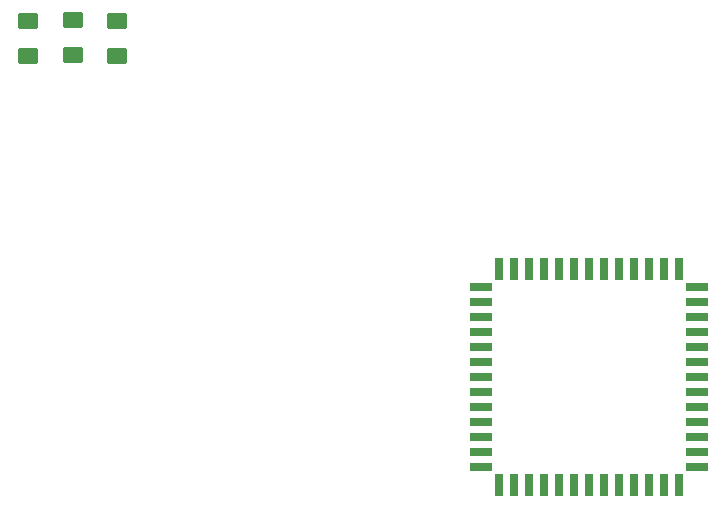
<source format=gbr>
%TF.GenerationSoftware,KiCad,Pcbnew,7.0.9-7.0.9~ubuntu20.04.1*%
%TF.CreationDate,2023-12-30T20:23:18+01:00*%
%TF.ProjectId,6303_PLCC,36333033-5f50-44c4-9343-2e6b69636164,rev?*%
%TF.SameCoordinates,Original*%
%TF.FileFunction,Paste,Top*%
%TF.FilePolarity,Positive*%
%FSLAX46Y46*%
G04 Gerber Fmt 4.6, Leading zero omitted, Abs format (unit mm)*
G04 Created by KiCad (PCBNEW 7.0.9-7.0.9~ubuntu20.04.1) date 2023-12-30 20:23:18*
%MOMM*%
%LPD*%
G01*
G04 APERTURE LIST*
G04 Aperture macros list*
%AMRoundRect*
0 Rectangle with rounded corners*
0 $1 Rounding radius*
0 $2 $3 $4 $5 $6 $7 $8 $9 X,Y pos of 4 corners*
0 Add a 4 corners polygon primitive as box body*
4,1,4,$2,$3,$4,$5,$6,$7,$8,$9,$2,$3,0*
0 Add four circle primitives for the rounded corners*
1,1,$1+$1,$2,$3*
1,1,$1+$1,$4,$5*
1,1,$1+$1,$6,$7*
1,1,$1+$1,$8,$9*
0 Add four rect primitives between the rounded corners*
20,1,$1+$1,$2,$3,$4,$5,0*
20,1,$1+$1,$4,$5,$6,$7,0*
20,1,$1+$1,$6,$7,$8,$9,0*
20,1,$1+$1,$8,$9,$2,$3,0*%
G04 Aperture macros list end*
%ADD10RoundRect,0.250001X-0.624999X0.462499X-0.624999X-0.462499X0.624999X-0.462499X0.624999X0.462499X0*%
%ADD11R,1.925000X0.700000*%
%ADD12R,0.700000X1.925000*%
G04 APERTURE END LIST*
D10*
%TO.C,D2*%
X166400000Y-37025000D03*
X166400000Y-40000000D03*
%TD*%
%TO.C,D3*%
X170200000Y-37112500D03*
X170200000Y-40087500D03*
%TD*%
%TO.C,D1*%
X162600000Y-37112500D03*
X162600000Y-40087500D03*
%TD*%
D11*
%TO.C,U1*%
X201027100Y-67196900D03*
X201027100Y-68466900D03*
X201027100Y-69736900D03*
X201027100Y-71006900D03*
X201027100Y-72276900D03*
X201027100Y-73546900D03*
X201027100Y-74816900D03*
D12*
X202539600Y-76329400D03*
X203809600Y-76329400D03*
X205079600Y-76329400D03*
X206349600Y-76329400D03*
X207619600Y-76329400D03*
X208889600Y-76329400D03*
X210159600Y-76329400D03*
X211429600Y-76329400D03*
X212699600Y-76329400D03*
X213969600Y-76329400D03*
X215239600Y-76329400D03*
X216509600Y-76329400D03*
X217779600Y-76329400D03*
D11*
X219292100Y-74816900D03*
X219292100Y-73546900D03*
X219292100Y-72276900D03*
X219292100Y-71006900D03*
X219292100Y-69736900D03*
X219292100Y-68466900D03*
X219292100Y-67196900D03*
X219292100Y-65926900D03*
X219292100Y-64656900D03*
X219292100Y-63386900D03*
X219292100Y-62116900D03*
X219292100Y-60846900D03*
X219292100Y-59576900D03*
D12*
X217779600Y-58064400D03*
X216509600Y-58064400D03*
X215239600Y-58064400D03*
X213969600Y-58064400D03*
X212699600Y-58064400D03*
X211429600Y-58064400D03*
X210159600Y-58064400D03*
X208889600Y-58064400D03*
X207619600Y-58064400D03*
X206349600Y-58064400D03*
X205079600Y-58064400D03*
X203809600Y-58064400D03*
X202539600Y-58064400D03*
D11*
X201027100Y-59576900D03*
X201027100Y-60846900D03*
X201027100Y-62116900D03*
X201027100Y-63386900D03*
X201027100Y-64656900D03*
X201027100Y-65926900D03*
%TD*%
M02*

</source>
